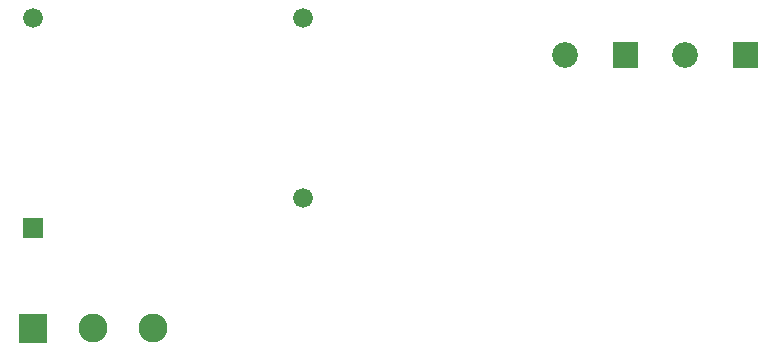
<source format=gbr>
G04 start of page 7 for group -4062 idx -4062 *
G04 Title: (unknown), soldermask *
G04 Creator: pcb 4.0.2 *
G04 CreationDate: Sat May 14 18:14:31 2022 UTC *
G04 For: railfan *
G04 Format: Gerber/RS-274X *
G04 PCB-Dimensions (mil): 2800.00 1800.00 *
G04 PCB-Coordinate-Origin: lower left *
%MOIN*%
%FSLAX25Y25*%
%LNBOTTOMMASK*%
%ADD44C,0.0960*%
%ADD43C,0.0660*%
%ADD42C,0.0860*%
%ADD41C,0.0001*%
G54D41*G36*
X214700Y149300D02*Y140700D01*
X223300D01*
Y149300D01*
X214700D01*
G37*
G54D42*X199000Y145000D03*
G54D41*G36*
X254700Y149300D02*Y140700D01*
X263300D01*
Y149300D01*
X254700D01*
G37*
G54D42*X239000Y145000D03*
G54D41*G36*
X18200Y90800D02*Y84200D01*
X24800D01*
Y90800D01*
X18200D01*
G37*
G54D43*X111500Y97500D03*
Y157500D03*
X21500D03*
G54D41*G36*
X16700Y58800D02*Y49200D01*
X26300D01*
Y58800D01*
X16700D01*
G37*
G54D44*X41500Y54000D03*
X61500D03*
M02*

</source>
